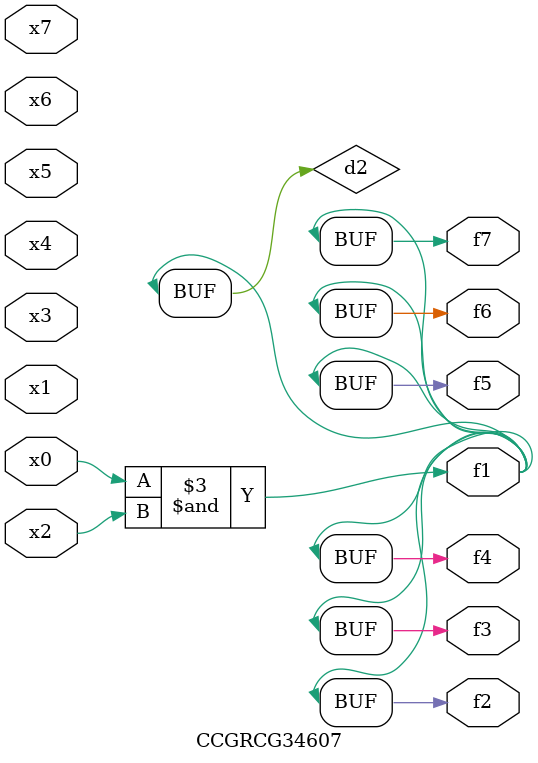
<source format=v>
module CCGRCG34607(
	input x0, x1, x2, x3, x4, x5, x6, x7,
	output f1, f2, f3, f4, f5, f6, f7
);

	wire d1, d2;

	nor (d1, x3, x6);
	and (d2, x0, x2);
	assign f1 = d2;
	assign f2 = d2;
	assign f3 = d2;
	assign f4 = d2;
	assign f5 = d2;
	assign f6 = d2;
	assign f7 = d2;
endmodule

</source>
